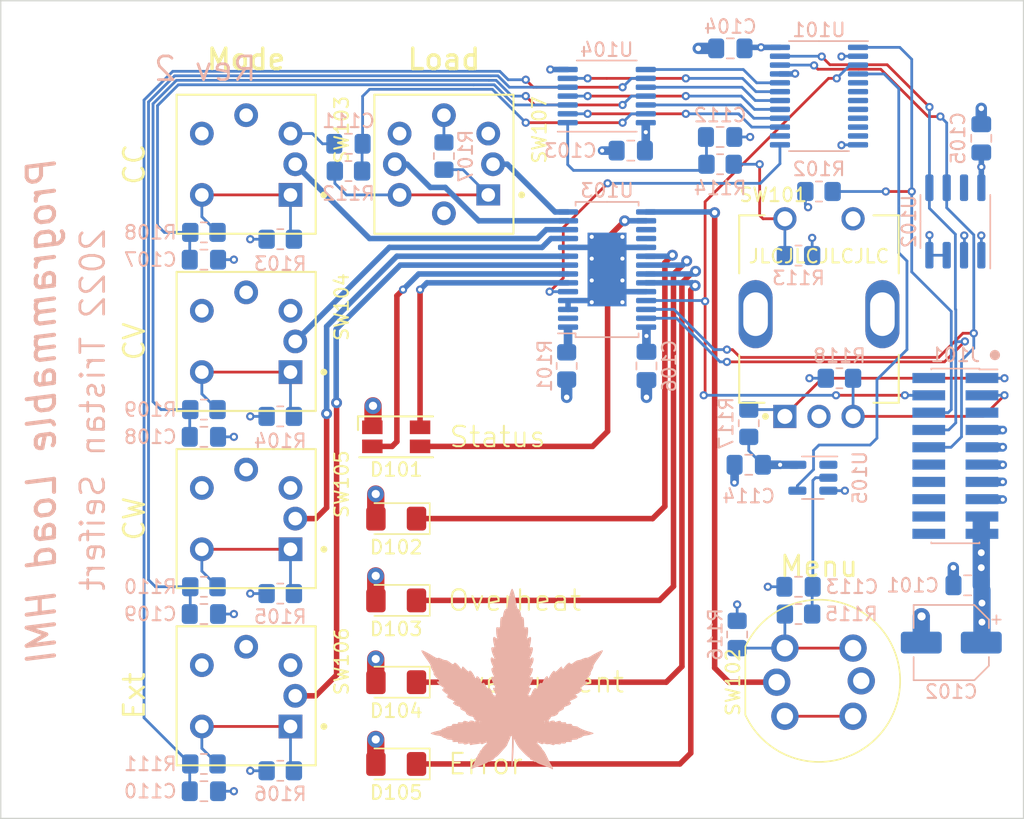
<source format=kicad_pcb>
(kicad_pcb (version 20211014) (generator pcbnew)
  (title_block (title "Programmable Load HMI") (date "2022-04-06") (rev "2"))
  (layers (0 "F.Cu" signal) (1 "In1.Cu" signal) (2 "In2.Cu" signal) (31 "B.Cu" signal) (34 "B.Paste" user) (35 "F.Paste" user) (36 "B.SilkS" user "B.Silkscreen") (37 "F.SilkS" user "F.Silkscreen") (38 "B.Mask" user) (39 "F.Mask" user) (44 "Edge.Cuts" user))
  (net 0 "")
  (net 1 "+3V3")
  (net 2 "GND")
  (net 3 "/ENCODER_A")
  (net 4 "/ENCODER_B")
  (net 6 "/~{IRQ}")
  (net 7 "/SDA")
  (net 8 "/SCL")
  (net 11 "Net-(JP101-Pad2)")
  (net 12 "Net-(R101-Pad2)")
  (net 13 "/SW_ENCODER")
  (net 21 "/~{LED_OE}")
  (net 22 "/SW_MENU")
  (net 23 "/~{RESET}")
  (net 24 "/LED_MENU")
  (net 25 "/LED_STATUS_R")
  (net 26 "/LED_STATUS_G")
  (net 27 "/LED_STATUS_B")
  (net 28 "/LED_LIMITING")
  (net 29 "/LED_OVRHEAT")
  (net 30 "/LED_OVRCURR")
  (net 31 "/LED_ERROR")
  (net 32 "/SW_MODE_CC")
  (net 33 "/LED_MODE_CC")
  (net 34 "/SW_MODE_CV")
  (net 35 "/LED_MODE_CV")
  (net 36 "/SW_MODE_CW")
  (net 37 "/LED_MODE_CW")
  (net 38 "/SW_MODE_EXT")
  (net 39 "/LED_MODE_EXT")
  (net 40 "/SW_ENABLE")
  (net 41 "/LED_EN_R")
  (net 42 "/LED_EN_G")
  (net 50 "Net-(C107-Pad1)")
  (net 52 "Net-(C108-Pad1)")
  (net 53 "Net-(C109-Pad1)")
  (net 54 "Net-(C110-Pad1)")
  (net 55 "Net-(C111-Pad1)")
  (net 56 "Net-(C112-Pad1)")
  (net 57 "Net-(R103-Pad1)")
  (net 58 "Net-(R104-Pad1)")
  (net 59 "Net-(R105-Pad1)")
  (net 60 "Net-(R106-Pad1)")
  (net 61 "Net-(R107-Pad1)")
  (net 62 "Net-(C113-Pad1)")
  (net 64 "Net-(R113-Pad1)")
  (net 65 "Net-(R115-Pad2)")
  (footprint "MountingHole:MountingHole_2.7mm_M2.5" (layer "F.Cu") (at 20 25)
    (fp_text reference "H101" hide)
    (fp_text value "MountingHole" hide)
  )
  (footprint "LED_SMD:LED_1206_3216Metric_Pad1.42x1.75mm_HandSolder" (layer "F.Cu") (at 44 76 180)
    (fp_text reference "D105")
    (fp_text value "Red" hide)
  )
  (footprint "MountingHole:MountingHole_2.7mm_M2.5" (layer "F.Cu") (at 85 25)
    (fp_text reference "H102" hide)
    (fp_text value "MountingHole" hide)
  )
  (footprint "programmable-load:Omron-B3W-90XX-X1X" (layer "F.Cu") (at 33 71)
    (fp_text reference "SW106")
    (fp_text value "B3W-9002-Y1C" hide)
  )
  (footprint "LED_SMD:LED_RGB_1210" (layer "F.Cu") (at 44 52)
    (fp_text reference "D101")
    (fp_text value "LED_RGBA" hide)
  )
  (footprint "LED_SMD:LED_1206_3216Metric_Pad1.42x1.75mm_HandSolder" (layer "F.Cu") (at 44 70 180)
    (fp_text reference "D104")
    (fp_text value "Red" hide)
  )
  (footprint "programmable-load:C&K-D6R-LED" (layer "F.Cu") (at 75 70)
    (fp_text reference "SW102")
    (fp_text value "C&K-D6R-Illuminated" hide)
  )
  (footprint "MountingHole:MountingHole_2.7mm_M2.5" (layer "F.Cu") (at 20 75)
    (fp_text reference "H104" hide)
    (fp_text value "MountingHole" hide)
  )
  (footprint "LED_SMD:LED_1206_3216Metric_Pad1.42x1.75mm_HandSolder" (layer "F.Cu") (at 44 58 180)
    (fp_text reference "D102")
    (fp_text value "Amber" hide)
  )
  (footprint "programmable-load:Omron-B3W-90XX-X1X" (layer "F.Cu") (at 33 45)
    (fp_text reference "SW104")
    (fp_text value "B3W-9002-Y1C" hide)
  )
  (footprint "programmable-load:Omron-B3W-90XX-X1X" (layer "F.Cu") (at 33 32)
    (fp_text reference "SW103")
    (fp_text value "B3W-9002-Y1C" hide)
  )
  (footprint "programmable-load:Omron-B3W-90XX-X2X" (layer "F.Cu") (at 47.5 32)
    (fp_text reference "SW107")
    (fp_text value "B3W-9000-RHG2C" hide)
  )
  (footprint "programmable-load:Omron-B3W-90XX-X1X" (layer "F.Cu") (at 33 58)
    (fp_text reference "SW105")
    (fp_text value "B3W-9002-Y1C" hide)
  )
  (footprint "programmable-load:TT_Electronics-EN11-HSM1AF15-0" (layer "F.Cu") (at 75 43)
    (fp_text reference "SW101")
    (fp_text value "TT EN11" hide)
  )
  (footprint "LED_SMD:LED_1206_3216Metric_Pad1.42x1.75mm_HandSolder" (layer "F.Cu") (at 44 64 180)
    (fp_text reference "D103")
    (fp_text value "Red" hide)
  )
  (footprint "MountingHole:MountingHole_2.7mm_M2.5" (layer "F.Cu") (at 85 75)
    (fp_text reference "H103" hide)
    (fp_text value "MountingHole" hide)
  )
  (footprint "Capacitor_SMD:C_0805_2012Metric_Pad1.18x1.45mm_HandSolder" (layer "B.Cu") (at 67.75 30)
    (fp_text reference "C112")
    (fp_text value "4.7µF" hide)
  )
  (footprint "Package_SO:HTSSOP-28-1EP_4.4x9.7mm_P0.65mm_EP2.85x5.4mm_ThermalVias" (layer "B.Cu") (at 59.4625 39.725)
    (fp_text reference "U103")
    (fp_text value "PCA9955B")
  )
  (footprint "LOGO" (layer "B.Cu") (at 52.5 70 180)
    (fp_text reference "G***" hide)
    (fp_text value "LOGO" hide)
  )
  (footprint "Package_SO:SOIC-8_3.9x4.9mm_P1.27mm" (layer "B.Cu") (at 85 36.2 90)
    (fp_text reference "U102")
    (fp_text value "AT24CS32-SSHM" hide)
  )
  (footprint "Resistor_SMD:R_0805_2012Metric_Pad1.20x1.40mm_HandSolder" (layer "B.Cu") (at 47.5 31.4 90)
    (fp_text reference "R107")
    (fp_text value "10k" hide)
  )
  (footprint "Resistor_SMD:R_0805_2012Metric_Pad1.20x1.40mm_HandSolder" (layer "B.Cu") (at 73.5 65 180)
    (fp_text reference "R115")
    (fp_text value "1k" hide)
  )
  (footprint "Resistor_SMD:R_0805_2012Metric_Pad1.20x1.40mm_HandSolder" (layer "B.Cu") (at 73.5 38.7)
    (fp_text reference "R113")
    (fp_text value "10k" hide)
  )
  (footprint "Capacitor_SMD:C_0805_2012Metric_Pad1.18x1.45mm_HandSolder" (layer "B.Cu") (at 62.35 46.8 90)
    (fp_text reference "C106")
    (fp_text value "100nF" hide)
  )
  (footprint "Package_SO:TSSOP-24_4.4x7.8mm_P0.65mm" (layer "B.Cu") (at 75 27 180)
    (fp_text reference "U101")
    (fp_text value "XRA1203")
  )
  (footprint "Resistor_SMD:R_0805_2012Metric_Pad1.20x1.40mm_HandSolder" (layer "B.Cu") (at 76.5 47.7 180)
    (fp_text reference "R118")
    (fp_text value "10k" hide)
  )
  (footprint "Resistor_SMD:R_0805_2012Metric_Pad1.20x1.40mm_HandSolder" (layer "B.Cu") (at 75 34 180)
    (fp_text reference "R102")
    (fp_text value "10k" hide)
  )
  (footprint "Capacitor_SMD:C_0805_2012Metric_Pad1.18x1.45mm_HandSolder" (layer "B.Cu") (at 29.9 65)
    (fp_text reference "C109")
    (fp_text value "4.7µF" hide)
  )
  (footprint "Package_TO_SOT_SMD:SOT-23-5" (layer "B.Cu") (at 74.55 55 180)
    (fp_text reference "U105")
    (fp_text value "74LVC1G14GV" hide)
  )
  (footprint "Resistor_SMD:R_0805_2012Metric_Pad1.20x1.40mm_HandSolder" (layer "B.Cu") (at 29.9 37 180)
    (fp_text reference "R108")
    (fp_text value "1k" hide)
  )
  (footprint "Resistor_SMD:R_0805_2012Metric_Pad1.20x1.40mm_HandSolder" (layer "B.Cu") (at 56.5 46.8 90)
    (fp_text reference "R101")
    (fp_text value "2k" hide)
  )
  (footprint "Package_SO:TSSOP-14_4.4x5mm_P0.65mm" (layer "B.Cu") (at 59.4375 27)
    (fp_text reference "U104")
    (fp_text value "74LV14")
  )
  (footprint "Capacitor_SMD:CP_Elec_5x5.3" (layer "B.Cu") (at 84.7 67.095 180)
    (fp_text reference "C102")
    (fp_text value "100µF" hide)
  )
  (footprint "Capacitor_SMD:C_0805_2012Metric_Pad1.18x1.45mm_HandSolder" (layer "B.Cu") (at 40.5 30.5 180)
    (fp_text reference "C111")
    (fp_text value "4.7µF" hide)
  )
  (footprint "Connector_PinHeader_1.27mm:PinHeader_2x10_P1.27mm_Vertical_SMD" (layer "B.Cu") (at 85 53.4 180)
    (fp_text reference "J101")
    (fp_text value "Conn_02x10_Odd_Even" hide)
  )
  (footprint "Resistor_SMD:R_0805_2012Metric_Pad1.20x1.40mm_HandSolder" (layer "B.Cu") (at 69 66.5 90)
    (fp_text reference "R116")
    (fp_text value "10k" hide)
  )
  (footprint "Capacitor_SMD:C_0805_2012Metric_Pad1.18x1.45mm_HandSolder" (layer "B.Cu") (at 29.9 52)
    (fp_text reference "C108")
    (fp_text value "4.7µF" hide)
  )
  (footprint "Resistor_SMD:R_0805_2012Metric_Pad1.20x1.40mm_HandSolder" (layer "B.Cu") (at 40.5 32.5)
    (fp_text reference "R112")
    (fp_text value "1k" hide)
  )
  (footprint "Resistor_SMD:R_0805_2012Metric_Pad1.20x1.40mm_HandSolder" (layer "B.Cu") (at 29.9 63 180)
    (fp_text reference "R110")
    (fp_text value "1k" hide)
  )
  (footprint "Resistor_SMD:R_0805_2012Metric_Pad1.20x1.40mm_HandSolder" (layer "B.Cu") (at 35.5 76.5 180)
    (fp_text reference "R106")
    (fp_text value "10k" hide)
  )
  (footprint "Capacitor_SMD:C_0805_2012Metric_Pad1.18x1.45mm_HandSolder" (layer "B.Cu") (at 61.2 31 180)
    (fp_text reference "C103")
    (fp_text value "100nF" hide)
  )
  (footprint "Capacitor_SMD:C_0805_2012Metric_Pad1.18x1.45mm_HandSolder" (layer "B.Cu") (at 69.85 54.05 180)
    (fp_text reference "C114")
    (fp_text value "100nF" hide)
  )
  (footprint "Resistor_SMD:R_0805_2012Metric_Pad1.20x1.40mm_HandSolder" (layer "B.Cu") (at 67.75 32 180)
    (fp_text reference "R114")
    (fp_text value "1k" hide)
  )
  (footprint "Resistor_SMD:R_0805_2012Metric_Pad1.20x1.40mm_HandSolder" (layer "B.Cu") (at 35.5 50.5 180)
    (fp_text reference "R104")
    (fp_text value "10k" hide)
  )
  (footprint "Resistor_SMD:R_0805_2012Metric_Pad1.20x1.40mm_HandSolder" (layer "B.Cu") (at 29.9 50 180)
    (fp_text reference "R109")
    (fp_text value "1k" hide)
  )
  (footprint "Capacitor_SMD:C_0805_2012Metric_Pad1.18x1.45mm_HandSolder" (layer "B.Cu") (at 29.9 78)
    (fp_text reference "C110")
    (fp_text value "4.7µF" hide)
  )
  (footprint "Capacitor_SMD:C_0805_2012Metric_Pad1.18x1.45mm_HandSolder" (layer "B.Cu") (at 68.5 23.5)
    (fp_text reference "C104")
    (fp_text value "100nF" hide)
  )
  (footprint "Capacitor_SMD:C_0805_2012Metric_Pad1.18x1.45mm_HandSolder" (layer "B.Cu") (at 86.9 30.1 90)
    (fp_text reference "C105")
    (fp_text value "100nF" hide)
  )
  (footprint "Capacitor_SMD:C_0805_2012Metric_Pad1.18x1.45mm_HandSolder" (layer "B.Cu") (at 85.9 62.895 180)
    (fp_text reference "C101")
    (fp_text value "100nF" hide)
  )
  (footprint "Resistor_SMD:R_0805_2012Metric_Pad1.20x1.40mm_HandSolder" (layer "B.Cu") (at 35.5 63.5 180)
    (fp_text reference "R105")
    (fp_text value "10k" hide)
  )
  (footprint "Resistor_SMD:R_0805_2012Metric_Pad1.20x1.40mm_HandSolder" (layer "B.Cu") (at 29.9 76 180)
    (fp_text reference "R111")
    (fp_text value "1k" hide)
  )
  (footprint "Capacitor_SMD:C_0805_2012Metric_Pad1.18x1.45mm_HandSolder" (layer "B.Cu") (at 29.9 39)
    (fp_text reference "C107")
    (fp_text value "4.7µF" hide)
  )
  (footprint "Resistor_SMD:R_0805_2012Metric_Pad1.20x1.40mm_HandSolder" (layer "B.Cu") (at 35.5 37.5 180)
    (fp_text reference "R103")
    (fp_text value "10k" hide)
  )
  (footprint "Resistor_SMD:R_0805_2012Metric_Pad1.20x1.40mm_HandSolder" (layer "B.Cu") (at 69.85 51 -90)
    (fp_text reference "R117")
    (fp_text value "10k" hide)
  )
  (footprint "Capacitor_SMD:C_0805_2012Metric_Pad1.18x1.45mm_HandSolder" (layer "B.Cu") (at 73.5 63 180)
    (fp_text reference "C113")
    (fp_text value "4.7µF" hide)
  )
  (gr_circle (center 87.9 46) (end 88.2 46) (layer "B.SilkS") (width 0.15) (fill solid))
  (gr_line locked (start 15 20) (end 15 80) (layer "Edge.Cuts") (width 0.1))
  (gr_line (start 15 20) (end 90 20) (layer "Edge.Cuts") (width 0.1))
  (gr_line (start 90 80) (end 90 20) (layer "Edge.Cuts") (width 0.1))
  (gr_line (start 15 80) (end 90 80) (layer "Edge.Cuts") (width 0.1))
  (gr_text "2022 Tristan Seifert" (at 21.75 50 90) (layer "B.SilkS") (effects (font (size 1.74 1.74) (thickness 0.2)) (justify mirror)))
  (gr_text "Rev 2" (at 30 25) (layer "B.SilkS") (effects (font (size 1.74 1.74) (thickness 0.2)) (justify mirror)))
  (gr_text "Programmable Load HMI" (at 18 50 90) (layer "B.SilkS") (effects (font (size 2 2) (thickness 0.3) italic) (justify mirror)))
  (gr_text "Mode" (at 33 24.3) (layer "F.SilkS") (effects (font (size 1.5 1.5) (thickness 0.25))))
  (gr_text "Load" (at 47.5 24.3) (layer "F.SilkS") (effects (font (size 1.5 1.5) (thickness 0.25))))
  (gr_text "CC" (at 24.8 32 90) (layer "F.SilkS") (effects (font (size 1.5 1.5) (thickness 0.2))))
  (gr_text "Overcurrent" (at 47.7 70) (layer "F.SilkS") (effects (font (size 1.5 1.5)) (justify left)))
  (gr_text "Error" (at 47.7 76) (layer "F.SilkS") (effects (font (size 1.5 1.5)) (justify left)))
  (gr_text "Ext" (at 24.8 71 90) (layer "F.SilkS") (effects (font (size 1.5 1.5) (thickness 0.2))))
  (gr_text "Overheat" (at 47.7 64) (layer "F.SilkS") (effects (font (size 1.5 1.5)) (justify left)))
  (gr_text "JLCJLCJLCJLC" (at 75 38.75) (layer "F.SilkS") (effects (font (size 1 1))))
  (gr_text "Menu" (at 75 61.5) (layer "F.SilkS") (effects (font (size 1.5 1.5) (thickness 0.2))))
  (gr_text "CW" (at 24.8 58 90) (layer "F.SilkS") (effects (font (size 1.5 1.5) (thickness 0.2))))
  (gr_text "CV" (at 24.8 45 90) (layer "F.SilkS") (effects (font (size 1.5 1.5) (thickness 0.2))))
  (gr_text "Status" (at 47.8 52) (layer "F.SilkS") (effects (font (size 1.5 1.5)) (justify left)))
  (segment (start 42.5 75.8125) (end 42.5 74.2) (width 1.27) (layer "F.Cu") (net 1))
  (segment (start 42.5 69.9125) (end 42.5 68.3) (width 1.27) (layer "F.Cu") (net 1))
  (segment (start 42.3 51.1) (end 42.3 49.725) (width 1.27) (layer "F.Cu") (net 1))
  (segment (start 42.5 57.80625) (end 42.5 56.19375) (width 1.27) (layer "F.Cu") (net 1))
  (segment (start 42.5 63.8125) (end 42.5 62.2) (width 1.27) (layer "F.Cu") (net 1))
  (via (at 62.3 29.65) (size 0.6) (drill 0.3) (layers "F.Cu" "B.Cu") (net 1))
  (via (at 42.5 62.2) (size 1.2) (drill 0.6) (layers "F.Cu" "B.Cu") (net 1))
  (via (at 33.3 76.5) (size 0.6) (drill 0.3) (layers "F.Cu" "B.Cu") (net 1))
  (via (at 86.905 32.2) (size 0.6) (drill 0.3) (layers "F.Cu" "B.Cu") (net 1))
  (via (at 86.95 65.595) (size 1) (drill 0.5) (layers "F.Cu" "B.Cu") (net 1))
  (via (at 74.3 47.7) (size 0.6) (drill 0.3) (layers "F.Cu" "B.Cu") (net 1))
  (via (at 33.3 50.5) (size 0.6) (drill 0.3) (layers "F.Cu" "B.Cu") (net 1))
  (via (at 86.9 61.6) (size 1) (drill 0.5) (layers "F.Cu" "B.Cu") (net 1))
  (via (at 69 64.3) (size 0.6) (drill 0.3) (layers "F.Cu" "B.Cu") (net 1))
  (via (at 74.2 35.15) (size 0.6) (drill 0.3) (layers "F.Cu" "B.Cu") (net 1))
  (via (at 86.9 60.5) (size 1) (drill 0.5) (layers "F.Cu" "B.Cu") (net 1))
  (via (at 42.5 68.3) (size 1.2) (drill 0.6) (layers "F.Cu" "B.Cu") (net 1))
  (via (at 70.75 23.425) (size 0.6) (drill 0.3) (layers "F.Cu" "B.Cu") (net 1))
  (via (at 33.3 63.5) (size 0.6) (drill 0.3) (layers "F.Cu" "B.Cu") (net 1))
  (via (at 86.95 64.195) (size 1) (drill 0.5) (layers "F.Cu" "B.Cu") (net 1))
  (via (at 33.3 37.5) (size 0.6) (drill 0.3) (layers "F.Cu" "B.Cu") (net 1))
  (via (at 74.5 37.4) (size 0.6) (drill 0.3) (layers "F.Cu" "B.Cu") (net 1))
  (via (at 42.5 56.19375) (size 1.2) (drill 0.6) (layers "F.Cu" "B.Cu") (net 1))
  (via (at 72.15 54.05) (size 0.6) (drill 0.3) (layers "F.Cu" "B.Cu") (net 1))
  (via (at 42.5 74.2) (size 1.2) (drill 0.6) (layers "F.Cu" "B.Cu") (net 1))
  (via (at 62.35 44.6) (size 0.6) (drill 0.3) (layers "F.Cu" "B.Cu") (net 1))
  (via (at 42.3 49.725) (size 1.2) (drill 0.6) (layers "F.Cu" "B.Cu") (net 1))
  (segment (start 73.4125 54.05) (end 72.15 54.05) (width 0.6) (layer "B.Cu") (net 1))
  (segment (start 86.905 31.3425) (end 86.9 31.3375) (width 0.4064) (layer "B.Cu") (net 1))
  (segment (start 74 34) (end 74 34.95) (width 0.2032) (layer "B.Cu") (net 1))
  (segment (start 69.6125 23.425) (end 69.5375 23.5) (width 0.4064) (layer "B.Cu") (net 1))
  (segment (start 74 34.95) (end 74.2 35.15) (width 0.2032) (layer "B.Cu") (net 1))
  (segment (start 34.5 76.5) (end 33.3 76.5) (width 0.2032) (layer "B.Cu") (net 1))
  (segment (start 86.9 58.15) (end 86.9 62.8875) (width 1.27) (layer "B.Cu") (net 1))
  (segment (start 69.85 52) (end 69.85 53.0125) (width 0.2032) (layer "B.Cu") (net 1))
  (segment (start 86.95 67.045) (end 86.95 63.2575) (width 1.27) (layer "B.Cu") (net 1))
  (segment (start 72.15 54.05) (end 71 54.05) (width 0.635) (layer "B.Cu") (net 1))
  (segment (start 72.1375 23.425) (end 69.6125 23.425) (width 0.4064) (layer "B.Cu") (net 1))
  (segment (start 34.5 37.5) (end 33.3 37.5) (width 0.2032) (layer "B.Cu") (net 1))
  (segment (start 86.9 67.095) (end 86.95 67.045) (width 1.27) (layer "B.Cu") (net 1))
  (segment (start 86.905 33.725) (end 86.905 31.3425) (width 0.4064) (layer "B.Cu") (net 1))
  (segment (start 75.5 47.7) (end 74.3 47.7) (width 0.2032) (layer "B.Cu") (net 1))
  (segment (start 34.5 63.5) (end 33.3 63.5) (width 0.2032) (layer "B.Cu") (net 1))
  (segment (start 34.5 50.5) (end 33.3 50.5) (width 0.2032) (layer "B.Cu") (net 1))
  (segment (start 47.5 30.4) (end 47.5 28.4) (width 0.2032) (layer "B.Cu") (net 1))
  (segment (start 62.3 30.8) (end 62.3 29.1) (width 0.635) (layer "B.Cu") (net 1))
  (segment (start 74.5 38.7) (end 74.5 37.4) (width 0.2032) (layer "B.Cu") (net 1))
  (segment (start 69 65.5) (end 69 64.3) (width 0.2032) (layer "B.Cu") (net 1))
  (segment (start 62.35 45.7625) (end 62.35 44.1) (width 0.635) (layer "B.Cu") (net 1))
  (segment (start 69.85 53.0125) (end 70.8875 54.05) (width 0.2032) (layer "B.Cu") (net 1))
  (segment (start 77.6 72.5) (end 72.6 72.5) (width 0.2032) (layer "F.Cu") (net 2))
  (via (at 88.4775 56.605) (size 0.6) (drill 0.3) (layers "F.Cu" "B.Cu") (net 2))
  (via (at 66.15 23.5) (size 0.8) (drill 0.4) (layers "F.Cu" "B.Cu") (net 2))
  (via (at 83.1 37.2) (size 0.6) (drill 0.3) (layers "F.Cu" "B.Cu") (net 2))
  (via (at 88.4775 55.305) (size 0.6) (drill 0.3) (layers "F.Cu" "B.Cu") (net 2))
  (via (at 88.4775 52.755) (size 0.6) (drill 0.3) (layers "F.Cu" "B.Cu") (net 2))
  (via (at 68.8 55.35) (size 0.6) (drill 0.3) (layers "F.Cu" "B.Cu") (net 2))
  (via (at 76.65 24.1) (size 0.6) (drill 0.3) (layers "F.Cu" "B.Cu") (net 2))
  (via (at 84.85 61.6) (size 0.8) (drill 0.4) (layers "F.Cu" "B.Cu") (net 2))
  (via (at 32.1 78) (size 0.6) (drill 0.3) (layers "F.Cu" "B.Cu") (net 2))
  (via (at 86.9 27.9) (size 0.8) (drill 0.4) (layers "F.Cu" "B.Cu") (net 2))
  (via (at 71.25 63) (size 0.6) (drill 0.3) (layers "F.Cu" "B.Cu") (net 2))
  (via (at 69.95 30) (size 0.6) (drill 0.3) (layers "F.Cu" "B.Cu") (net 2))
  (via (at 73.25 25.35) (size 0.6) (drill 0.3) (layers "F.Cu" "B.Cu") (net 2))
  (via (at 82.5225 65.1725) (size 1.2) (drill 0.6) (layers "F.Cu" "B.Cu") (net 2))
  (via (at 76.65 30.6) (size 0.6) (drill 0.3) (layers "F.Cu" "B.Cu") (net 2))
  (via (at 56.5 49.1) (size 0.8) (drill 0.4) (layers "F.Cu" "B.Cu") (net 2))
  (via (at 59.1 31) (size 0.6) (drill 0.3) (layers "F.Cu" "B.Cu") (net 2))
  (via (at 32.1 52) (size 0.6) (drill 0.3) (layers "F.Cu" "B.Cu") (net 2))
  (via (at 85.65 37.22972) (size 0.6) (drill 0.3) (layers "F.Cu" "B.Cu") (net 2))
  (via (at 88.4775 54.055) (size 0.6) (drill 0.3) (layers "F.Cu" "B.Cu") (net 2))
  (via (at 32.1 39) (size 0.6) (drill 0.3) (layers "F.Cu" "B.Cu") (net 2))
  (via (at 76.9 55.95) (size 0.6) (drill 0.3) (layers "F.Cu" "B.Cu") (net 2))
  (via (at 62.35 49.1) (size 0.8) (drill 0.4) (layers "F.Cu" "B.Cu") (net 2))
  (via (at 88.4775 51.505) (size 0.6) (drill 0.3) (layers "F.Cu" "B.Cu") (net 2))
  (via (at 86.9 37.22972) (size 0.6) (drill 0.3) (layers "F.Cu" "B.Cu") (net 2))
  (via (at 32.1 65) (size 0.6) (drill 0.3) (layers "F.Cu" "B.Cu") (net 2))
  (via (at 55.3 25.05) (size 0.6) (drill 0.3) (layers "F.Cu" "B.Cu") (net 2))
  (segment (start 68.7875 30) (end 69.95 30) (width 0.2032) (layer "B.Cu") (net 2))
  (segment (start 77.8625 24.075) (end 76.675 24.075) (width 0.2032) (layer "B.Cu") (net 2))
  (segment (start 76.675 30.575) (end 77.8625 30.575) (width 0.2032) (layer "B.Cu") (net 2))
  (segment (start 72.1375 25.375) (end 73.225 25.375) (width 0.4064) (layer "B.Cu") (net 2))
  (segment (start 76.65 30.6) (end 76.675 30.575) (width 0.2032) (layer "B.Cu") (net 2))
  (segment (start 82.5 66.895) (end 82.5 65.195) (width 1.27) (layer "B.Cu") (net 2))
  (segment (start 37.85 29.75) (end 38.6 30.5) (width 0.2032) (layer "B.Cu") (net 2))
  (segment (start 85.665 38.70472) (end 85.665 37.24472) (width 0.2032) (layer "B.Cu") (net 2))
  (segment (start 86.905 37.23472) (end 86.9 37.22972) (width 0.2032) (layer "B.Cu") (net 2))
  (segment (start 62.35 47.8375) (end 62.35 49.1) (width 0.8382) (layer "B.Cu") (net 2))
  (segment (start 88.4625 52.77) (end 88.4775 52.755) (width 0.635) (layer "B.Cu") (net 2))
  (segment (start 76.675 24.075) (end 76.65 24.1) (width 0.2032) (layer "B.Cu") (net 2))
  (segment (start 86.9 29.0625) (end 86.9 27.9) (width 0.8382) (layer "B.Cu") (net 2))
  (segment (start 56.6 38.1) (end 58.1625 38.1) (width 0.4064) (layer "B.Cu") (net 2))
  (segment (start 86.9275 54.05) (end 88.4725 54.05) (width 0.635) (layer "B.Cu") (net 2))
  (segment (start 86.905 38.70472) (end 86.905 37.23472) (width 0.2032) (layer "B.Cu") (net 2))
  (segment (start 75.6875 55.95) (end 76.9 55.95) (width 0.2032) (layer "B.Cu") (net 2))
  (segment (start 86.9275 55.3) (end 88.4725 55.3) (width 0.635) (layer "B.Cu") (net 2))
  (segment (start 62.325 41.35) (end 60.8625 41.35) (width 0.4064) (layer "B.Cu") (net 2))
  (segment (start 56.5 47.8375) (end 56.5 49.1) (width 0.8382) (layer "B.Cu") (net 2))
  (segment (start 56.6 42) (end 58.2125 42) (width 0.4064) (layer "B.Cu") (net 2))
  (segment (start 62.325 38.1) (end 60.8625 38.1) (width 0.4064) (layer "B.Cu") (net 2))
  (segment (start 30.9375 78) (end 32.1 78) (width 0.2032) (layer "B.Cu") (net 2))
  (segment (start 30.9375 65) (end 32.1 65) (width 0.2032) (layer "B.Cu") (net 2))
  (segment (start 30.9375 52) (end 32.1 52) (width 0.2032) (layer "B.Cu") (net 2))
  (segment (start 68.8125 55.3375) (end 68.8 55.35) (width 0.2032) (layer "B.Cu") (net 2))
  (segment (start 56.575 25.05) (end 55.3 25.05) (width 0.4064) (layer "B.Cu") (net 2))
  (segment (start 68.8125 54.05) (end 68.8125 55.3375) (width 0.635) (layer "B.Cu") (net 2))
  (segment (start 56.6 42.65) (end 56.6 42) (width 0.4064) (layer "B.Cu") (net 2))
  (segment (start 30.9375 39) (end 32.1 39) (width 0.2032) (layer "B.Cu") (net 2))
  (segment (start 36.25 29.75) (end 37.85 29.75) (width 0.2032) (layer "B.Cu") (net 2))
  (segment (start 86.9275 56.6) (end 88.4725 56.6) (width 0.635) (layer "B.Cu") (net 2))
  (segment (start 83.115 38.675) (end 83.115 37.215) (width 0.2032) (layer "B.Cu") (net 2))
  (segment (start 84.85 62.785) (end 84.85 61.6) (width 0.8382) (layer "B.Cu") (net 2))
  (segment (start 73.225 25.375) (end 73.25 25.35) (width 0.4064) (layer "B.Cu") (net 2))
  (segment (start 72.4625 63) (end 71.25 63) (width 0.2032) (layer "B.Cu") (net 2))
  (segment (start 86.9275 52.77) (end 88.4625 52.77) (width 0.635) (layer "B.Cu") (net 2))
  (segment (start 84.365 38.675) (end 83.095 38.675) (width 0.2032) (layer "B.Cu") (net 2))
  (segment (start 38.6 30.5) (end 39.4625 30.5) (width 0.2032) (layer "B.Cu") (net 2))
  (segment (start 67.4125 23.5) (end 66.15 23.5) (width 0.8382) (layer "B.Cu") (net 2))
  (segment (start 86.9275 51.5) (end 88.4725 51.5) (width 0.635) (layer "B.Cu") (net 2))
  (segment (start 60.1625 31) (end 59.1 31) (width 0.635) (layer "B.Cu") (net 2))
  (segment (start 88.4725 51.5) (end 88.4775 51.505) (width 0.635) (layer "B.Cu") (net 2))
  (segment (start 88.6 47.7) (end 75.25 47.7) (width 0.2032) (layer "F.Cu") (net 3))
  (segment (start 75.25 47.7) (end 72.5 50.45) (width 0.2032) (layer "F.Cu") (net 3))
  (segment (start 72.5 50.45) (end 72.5 50.5) (width 0.2032) (layer "F.Cu") (net 3))
  (via (at 88.6 47.7) (size 0.6) (drill 0.3) (layers "F.Cu" "B.Cu") (net 3))
  (segment (start 88.6 47.7) (end 86.965 47.7) (width 0.2032) (layer "B.Cu") (net 3))
  (segment (start 86.965 47.7) (end 86.95 47.685) (width 0.2032) (layer "B.Cu") (net 3))
  (segment (start 69.85 50) (end 72 50) (width 0.2032) (layer "B.Cu") (net 3))
  (segment (start 72 50) (end 72.5 50.5) (width 0.2032) (layer "B.Cu") (net 3))
  (segment (start 88.6 48.95) (end 87.05 50.5) (width 0.2032) (layer "F.Cu") (net 4))
  (segment (start 87.05 50.5) (end 77.5 50.5) (width 0.2032) (layer "F.Cu") (net 4))
  (via (at 88.6 48.95) (size 0.6) (drill 0.3) (layers "F.Cu" "B.Cu") (net 4))
  (segment (start 77.5 47.7) (end 77.5 50.5) (width 0.2032) (layer "B.Cu") (net 4))
  (segment (start 88.6 48.95) (end 86.955 48.95) (width 0.2032) (layer "B.Cu") (net 4))
  (segment (start 86.955 48.95) (end 86.95 48.955) (width 0.2032) (layer "B.Cu") (net 4))
  (segment (start 79.9 34) (end 81.8 34) (width 0.2032) (layer "F.Cu") (net 6))
  (via (at 79.9 34) (size 0.6) (drill 0.3) (layers "F.Cu" "B.Cu") (net 6))
  (via (at 81.8 34) (size 0.6) (drill 0.3) (layers "F.Cu" "B.Cu") (net 6))
  (segment (start 81.8 39.9) (end 81.8 34) (width 0.2032) (layer "B.Cu") (net 6))
  (segment (start 83.05 50.225) (end 84.475 50.225) (width 0.2032) (layer "B.Cu") (net 6))
  (segment (start 80.925 23.425) (end 77.8625 23.425) (width 0.2032) (layer "B.Cu") (net 6))
  (segment (start 84.7 42.8) (end 81.8 39.9) (width 0.2032) (layer "B.Cu") (net 6))
  (segment (start 81.8 24.3) (end 80.925 23.425) (width 0.2032) (layer "B.Cu") (net 6))
  (segment (start 81.8 34) (end 81.8 24.3) (width 0.2032) (layer "B.Cu") (net 6))
  (segment (start 84.7 50) (end 84.7 42.8) (width 0.2032) (layer "B.Cu") (net 6))
  (segment (start 84.475 50.225) (end 84.7 50) (width 0.2032) (layer "B.Cu") (net 6))
  (segment (start 76 34) (end 79.9 34) (width 0.2032) (layer "B.Cu") (net 6))
  (segment (start 75.8 24.7) (end 80 24.7) (width 0.2032) (layer "F.Cu") (net 7))
  (segment (start 75.2 24.1) (end 75.8 24.7) (width 0.2032) (layer "F.Cu") (net 7))
  (segment (start 84.2 46.5) (end 85.7 45) (width 0.2032) (layer "F.Cu") (net 7))
  (segment (start 80 24.7) (end 83.1 27.8) (width 0.2032) (layer "F.Cu") (net 7))
  (segment (start 68.25 46.5) (end 84.2 46.5) (width 0.2032) (layer "F.Cu") (net 7))
  (via (at 85.7 45) (size 0.6) (drill 0.3) (layers "F.Cu" "B.Cu") (net 7))
  (via (at 83.1 27.8) (size 0.6) (drill 0.3) (layers "F.Cu" "B.Cu") (net 7))
  (via (at 75.2 24.1) (size 0.6) (drill 0.3) (layers "F.Cu" "B.Cu") (net 7))
  (via (at 68.25 46.5) (size 0.6) (drill 0.3) (layers "F.Cu" "B.Cu") (net 7))
  (segment (start 85.02972 45.22972) (end 85.02972 45.110842) (width 0.2032) (layer "B.Cu") (net 7))
  (segment (start 85.120281 45.020281) (end 85.679719 45.020281) (width 0.2032) (layer "B.Cu") (net 7))
  (segment (start 75.175 24.075) (end 75.2 24.1) (width 0.2032) (layer "B.Cu") (net 7))
  (segment (start 84.505 51.495) (end 85.02972 50.97028) (width 0.2032) (layer "B.Cu") (net 7))
  (segment (start 85.679719 45.020281) (end 85.7 45) (width 0.2032) (layer "B.Cu") (net 7))
  (segment (start 64.55 43.3) (end 62.325 43.3) (width 0.2032) (layer "B.Cu") (net 7))
  (segment (start 68.25 46.5) (end 67.75 46.5) (width 0.2032) (layer "B.Cu") (net 7))
  (segment (start 83.1 27.8) (end 83.1 33.72) (width 0.2032) (layer "B.Cu") (net 7))
  (segment (start 67.75 46.5) (end 64.55 43.3) (width 0.2032) (layer "B.Cu") (net 7))
  (segment (start 85.02972 50.97028) (end 85.02972 45.22972) (width 0.2032) (layer "B.Cu") (net 7))
  (segment (start 85 42.633706) (end 85 37.132857) (width 0.2032) (layer "B.Cu") (net 7))
  (segment (start 83.1 33.72) (end 83.095 33.725) (width 0.2032) (layer "B.Cu") (net 7))
  (segment (start 85.02972 44.92972) (end 85.02972 44.72972) (width 0.2032) (layer "B.Cu") (net 7))
  (segment (start 72.1375 24.075) (end 75.175 24.075) (width 0.2032) (layer "B.Cu") (net 7))
  (segment (start 85 37.132857) (end 83.095 35.227857) (width 0.2032) (layer "B.Cu") (net 7))
  (segment (start 85.02972 45.22972) (end 85.02972 44.72972) (width 0.2032) (layer "B.Cu") (net 7))
  (segment (start 83.05 51.495) (end 84.505 51.495) (width 0.2032) (layer "B.Cu") (net 7))
  (segment (start 85.02972 42.663426) (end 85 42.633706) (width 0.2032) (layer "B.Cu") (net 7))
  (segment (start 85.02972 44.72972) (end 85.02972 42.663426) (width 0.2032) (layer "B.Cu") (net 7))
  (segment (start 83.095 35.227857) (end 83.095 33.75472) (width 0.2032) (layer "B.Cu") (net 7))
  (segment (start 69.22028 46.17028) (end 83.782857 46.17028) (width 0.2032) (layer "F.Cu") (net 8))
  (segment (start 77.9 25.02972) (end 74.920502 25.02972) (width 0.2032) (layer "F.Cu") (net 8))
  (segment (start 68.25 45.6) (end 68.65 45.6) (width 0.2032) (layer "F.Cu") (net 8))
  (segment (start 82.3 27.8) (end 79.52972 25.02972) (width 0.2032) (layer "F.Cu") (net 8))
  (segment (start 83.782857 46.17028) (end 85.553137 44.4) (width 0.2032) (layer "F.Cu") (net 8))
  (segment (start 68.65 45.6) (end 69.22028 46.17028) (width 0.2032) (layer "F.Cu") (net 8))
  (segment (start 83.9 28.5) (end 83 28.5) (width 0.2032) (layer "F.Cu") (net 8))
  (segment (start 79.52972 25.02972) (end 77.9 25.02972) (width 0.2032) (layer "F.Cu") (net 8))
  (segment (start 85.553137 44.4) (end 86.35 44.4) (width 0.2032) (layer "F.Cu") (net 8))
  (segment (start 83 28.5) (end 82.3 27.8) (width 0.2032) (layer "F.Cu") (net 8))
  (segment (start 74.920502 25.02972) (end 74.640541 24.749759) (width 0.2032) (layer "F.Cu") (net 8))
  (via (at 68.25 45.6) (size 0.6) (drill 0.3) (layers "F.Cu" "B.Cu") (net 8))
  (via (at 86.35 44.4) (size 0.6) (drill 0.3) (layers "F.Cu" "B.Cu") (net 8))
  (via (at 83.9 28.5) (size 0.6) (drill 0.3) (layers "F.Cu" "B.Cu") (net 8))
  (via (at 74.640541 24.749759) (size 0.6) (drill 0.3) (layers "F.Cu" "B.Cu") (net 8))
  (segment (start 68.25 45.6) (end 67.316294 45.6) (width 0.2032) (layer "B.Cu") (net 8))
  (segment (start 85.45 52) (end 85.45 46.4) (width 0.2032) (layer "B.Cu") (net 8))
  (segment (start 86.35 37.17972) (end 84.365 35.19472) (width 0.2032) (layer "B.Cu") (net 8))
  (segment (start 83.05 52.765) (end 84.685 52.765) (width 0.2032) (layer "B.Cu") (net 8))
  (segment (start 86.35 45.5) (end 86.35 44.4) (width 0.2032) (layer "B.Cu") (net 8))
  (segment (start 84.365 28.965) (end 83.9 28.5) (width 0.2032) (layer "B.Cu") (net 8))
  (segment (start 67.316294 45.6) (end 64.366294 42.65) (width 0.2032) (layer "B.Cu") (net 8))
  (segment (start 86.35 44.4) (end 86.35 37.17972) (width 0.2032) (layer "B.Cu") (net 8))
  (segment (start 85.45 46.4) (end 86.35 45.5) (width 0.2032) (layer "B.Cu") (net 8))
  (segment (start 84.685 52.765) (end 85.45 52) (width 0.2032) (layer "B.Cu") (net 8))
  (segment (start 64.366294 42.65) (end 62.325 42.65) (width 0.2032) (layer "B.Cu") (net 8))
  (segment (start 84.365 35.19472) (end 84.365 33.75472) (width 0.2032) (layer "B.Cu") (net 8))
  (segment (start 74.640541 24.749759) (end 74.615782 24.725) (width 0.2032) (layer "B.Cu") (net 8))
  (segment (start 84.365 33.725) (end 84.365 28.965) (width 0.2032) (layer "B.Cu") (net 8))
  (segment (start 74.615782 24.725) (end 72.1375 24.725) (width 0.2032) (layer "B.Cu") (net 8))
  (segment (start 56.6 44.1) (end 56.6 45.7) (width 0.635) (layer "B.Cu") (net 12))
  (segment (start 56.6 45.7) (end 56.5 45.8) (width 0.635) (layer "B.Cu") (net 12))
  (segment (start 65.2375 28.3) (end 58.0375 28.3) (width 0.2032) (layer "F.Cu") (net 13))
  (via (at 65.2375 28.3) (size 0.6) (drill 0.3) (layers "F.Cu" "B.Cu") (net 13))
  (via (at 58.0375 28.3) (size 0.6) (drill 0.3) (layers "F.Cu" "B.Cu") (net 13))
  (segment (start 69.2 28.4) (end 69.1 28.3) (width 0.2032) (layer "B.Cu") (net 13))
  (segment (start 72.1375 29.275) (end 70.075 29.275) (width 0.2032) (layer "B.Cu") (net 13))
  (segment (start 70.075 29.275) (end 69.3 28.5) (width 0.2032) (layer "B.Cu") (net 13))
  (segment (start 56.575 28.3) (end 58.0375 28.3) (width 0.2032) (layer "B.Cu") (net 13))
  (segment (start 69.1 28.3) (end 65.2375 28.3) (width 0.2032) (layer "B.Cu") (net 13))
  (segment (start 69.3 28.5) (end 69.1 28.3) (width 0.2032) (layer "B.Cu") (net 13))
  (segment (start 59.5 33.4) (end 56.25 36.65) (width 0.2032) (layer "F.Cu") (net 21))
  (segment (start 56.25 40.35) (end 55.25 41.35) (width 0.2032) (layer "F.Cu") (net 21))
  (segment (start 56.25 36.65) (end 56.25 40.35) (width 0.2032) (layer "F.Cu") (net 21))
  (via (at 55.25 41.35) (size 0.6) (drill 0.3) (layers "F.Cu" "B.Cu") (net 21))
  (via (at 59.5 33.4) (size 0.6) (drill 0.3) (layers "F.Cu" "B.Cu") (net 21))
  (segment (start 59.5 33.4) (end 70.7 33.4) (width 0.2032) (layer "B.Cu") (net 21))
  (segment (start 70.7 33.4) (end 72.1375 31.9625) (width 0.2032) (layer "B.Cu") (net 21))
  (segment (start 55.25 41.35) (end 56.6 41.35) (width 0.2032) (layer "B.Cu") (net 21))
  (segment (start 72.1375 31.9625) (end 72.1375 30.575) (width 0.2032) (layer "B.Cu") (net 21))
  (segment (start 80.85 26.45) (end 79.775 25.375) (width 0.2032) (layer "B.Cu") (net 22))
  (segment (start 78.75 52.6) (end 79.25 52.1) (width 0.2032) (layer "B.Cu") (net 22))
  (segment (start 79.25 47.8) (end 81.45 45.6) (width 0.2032) (layer "B.Cu") (net 22))
  (segment (start 79.775 25.375) (end 77.8625 25.375) (width 0.2032) (layer "B.Cu") (net 22))
  (segment (start 81.45 45.6) (end 81.45 39.1) (width 0.2032) (layer "B.Cu") (net 22))
  (segment (start 73.4125 55.95) (end 73.4125 55.5875) (width 0.2032) (layer "B.Cu") (net 22))
  (segment (start 75 52.6) (end 78.75 52.6) (width 0.2032) (layer "B.Cu") (net 22))
  (segment (start 79.25 52.1) (end 79.25 47.8) (width 0.2032) (layer "B.Cu") (net 22))
  (segment (start 74.6 53) (end 75 52.6) (width 0.2032) (layer "B.Cu") (net 22))
  (segment (start 81.45 39.1) (end 80.85 38.5) (width 0.2032) (layer "B.Cu") (net 22))
  (segment (start 80.85 38.5) (end 80.85 26.45) (width 0.2032) (layer "B.Cu") (net 22))
  (segment (start 73.4125 55.5875) (end 74.6 54.4) (width 0.2032) (layer "B.Cu") (net 22))
  (segment (start 74.6 54.4) (end 74.6 53) (width 0.2032) (layer "B.Cu") (net 22))
  (segment (start 75.7 25.7) (end 66.65 34.75) (width 0.2032) (layer "F.Cu") (net 23))
  (segment (start 66.65 34.75) (end 66.65 42.05) (width 0.2032) (layer "F.Cu") (net 23))
  (segment (start 66.65 48.85) (end 66.55 48.95) (width 0.2032) (layer "F.Cu") (net 23))
  (segment (start 66.65 42.05) (end 66.65 48.85) (width 0.2032) (layer "F.Cu") (net 23))
  (segment (start 81.3 48.95) (end 76.25 48.95) (width 0.2032) (layer "F.Cu") (net 23))
  (segment (start 76.3 25.7) (end 75.7 25.7) (width 0.2032) (layer "F.Cu") (net 23))
  (via (at 66.65 42.05) (size 0.6) (drill 0.3) (layers "F.Cu" "B.Cu") (net 23))
  (via (at 76.25 48.95) (size 0.6) (drill 0.3) (layers "F.Cu" "B.Cu") (net 23))
  (via (at 76.3 25.7) (size 0.6) (drill 0.3) (layers "F.Cu" "B.Cu") (net 23))
  (via (at 66.55 48.95) (size 0.6) (drill 0.3) (layers "F.Cu" "B.Cu") (net 23))
  (via (at 81.3 48.95) (size 0.6) (drill 0.3) (layers "F.Cu" "B.Cu") (net 23))
  (segment (start 76.25 48.95) (end 66.55 48.95) (width 0.2032) (layer "B.Cu") (net 23))
  (segment (start 66.6 42) (end 66.65 42.05) (width 0.2032) (layer "B.Cu") (net 23))
  (segment (start 62.325 42) (end 66.6 42) (width 0.2032) (layer "B.Cu") (net 23))
  (segment (start 77.275 24.725) (end 77.8625 24.725) (width 0.2032) (layer "B.Cu") (net 23))
  (segment (start 83.05 48.955) (end 81.695 48.955) (width 0.2032) (layer "B.Cu") (net 23))
  (segment (start 81.695 48.955) (end 81.305 48.955) (width 0.2032) (layer "B.Cu") (net 23))
  (segment (start 81.305 48.955) (end 81.3 48.95) (width 0.2032) (layer "B.Cu") (net 23))
  (segment (start 76.3 25.7) (end 77.275 24.725) (width 0.2032) (layer "B.Cu") (net 23))
  (segment (start 68.4 70) (end 71.9 70) (width 0.4064) (layer "F.Cu") (net 24))
  (segment (start 67.35 68.95) (end 68.4 70) (width 0.4064) (layer "F.Cu") (net 24))
  (segment (start 67.35 35.55) (end 67.35 68.95) (width 0.4064) (layer "F.Cu") (net 24))
  (via (at 67.35 35.55) (size 0.8) (drill 0.4) (layers "F.Cu" "B.Cu") (net 24))
  (segment (start 62.325 35.5) (end 67.3 35.5) (width 0.4064) (layer "B.Cu") (net 24))
  (segment (start 67.3 35.5) (end 67.35 35.55) (width 0.4064) (layer "B.Cu") (net 24))
  (segment (start 44.05 52.35) (end 43.7 52.7) (width 0.4064) (layer "F.Cu") (net 25))
  (segment (start 44.5 41.2) (end 44.05 41.65) (width 0.4064) (layer "F.Cu") (net 25))
  (segment (start 43.7 52.7) (end 42.25 52.7) (width 0.4064) (layer "F.Cu") (net 25))
  (segment (start 44.05 41.65) (end 44.05 52.35) (width 0.4064) (layer "F.Cu") (net 25))
  (via (at 44.5 41.2) (size 0.6) (drill 0.3) (layers "F.Cu" "B.Cu") (net 25))
  (segment (start 45.65 40.05) (end 56.6 40.05) (width 0.4064) (layer "B.Cu") (net 25))
  (segment (start 44.5 41.2) (end 45.65 40.05) (width 0.4064) (layer "B.Cu") (net 25))
  (segment (start 58.4 52.7) (end 45.75 52.7) (width 0.4064) (layer "F.Cu") (net 26))
  (segment (start 60.75 36.15) (end 59.5 37.4) (width 0.4064) (layer "F.Cu") (net 26))
  (segment (start 59.5 51.6) (end 58.4 52.7) (width 0.4064) (layer "F.Cu") (net 26))
  (segment (start 59.5 37.4) (end 59.5 51.6) (width 0.4064) (layer "F.Cu") (net 26))
  (via (at 60.75 36.15) (size 0.8) (drill 0.4) (layers "F.Cu" "B.Cu") (net 26))
  (segment (start 60.75 36.15) (end 62.325 36.15) (width 0.4064) (layer "B.Cu") (net 26))
  (segment (start 45.75 41.2) (end 45.75 51.3) (width 0.4064) (layer "F.Cu") (net 27))
  (via (at 45.75 41.2) (size 0.6) (drill 0.3) (layers "F.Cu" "B.Cu") (net 27))
  (segment (start 45.75 41.2) (end 46.25 40.7) (width 0.4064) (layer "B.Cu") (net 27))
  (segment (start 46.25 40.7) (end 56.6 40.7) (width 0.4064) (layer "B.Cu") (net 27))
  (segment (start 64.25 38.6703) (end 63.7 39.2203) (width 0.4064) (layer "F.Cu") (net 28))
  (segment (start 63.7 57.1) (end 62.8 58) (width 0.4064) (layer "F.Cu") (net 28))
  (segment (start 62.8 58) (end 45.4875 58) (width 0.4064) (layer "F.Cu") (net 28))
  (segment (start 63.7 39.2203) (end 63.7 57.1) (width 0.4064) (layer "F.Cu") (net 28))
  (via (at 64.25 38.6703) (size 0.8) (drill 0.4) (layers "F.Cu" "B.Cu") (net 28))
  (segment (start 64.1703 38.75) (end 62.325 38.75) (width 0.4064) (layer "B.Cu") (net 28))
  (segment (start 64.25 38.6703) (end 64.1703 38.75) (width 0.4064) (layer "B.Cu") (net 28))
  (segment (start 65.3 39.1) (end 64.33292 40.06708) (width 0.4064) (layer "F.Cu") (net 29))
  (segment (start 63.3 64) (end 45.4875 64) (width 0.4064) (layer "F.Cu") (net 29))
  (segment (start 64.33292 62.96708) (end 63.3 64) (width 0.4064) (layer "F.Cu") (net 29))
  (segment (start 64.33292 40.06708) (end 64.33292 62.96708) (width 0.4064) (layer "F.Cu") (net 29))
  (via (at 65.3 39.1) (size 0.8) (drill 0.4) (layers "F.Cu" "B.Cu") (net 29))
  (segment (start 65.3 39.1) (end 65 39.4) (width 0.4064) (layer "B.Cu") (net 29))
  (segment (start 65 39.4) (end 62.325 39.4) (width 0.4064) (layer "B.Cu") (net 29))
  (segment (start 65.8 39.85) (end 64.95 40.7) (width 0.4064) (layer "F.Cu") (net 30))
  (segment (start 65.95 39.85) (end 65.8 39.85) (width 0.4064) (layer "F.Cu") (net 30))
  (segment (start 64.95 68.85) (end 63.8 70) (width 0.4064) (layer "F.Cu") (net 30))
  (segment (start 63.8 70) (end 45.4875 70) (width 0.4064) (layer "F.Cu") (net 30))
  (segment (start 64.95 40.7) (end 64.95 68.85) (width 0.4064) (layer "F.Cu") (net 30))
  (via (at 65.95 39.85) (size 0.8) (drill 0.4) (layers "F.Cu" "B.Cu") (net 30))
  (segment (start 65.75 40.05) (end 62.325 40.05) (width 0.4064) (layer "B.Cu") (net 30))
  (segment (start 65.95 39.85) (end 65.75 40.05) (width 0.4064) (layer "B.Cu") (net 30))
  (segment (start 65.6 75.2) (end 64.8 76) (width 0.4064) (layer "F.Cu") (net 31))
  (segment (start 65.6 41.6) (end 65.6 75.2) (width 0.4064) (layer "F.Cu") (net 31))
  (segment (start 64.8 76) (end 45.4875 76) (width 0.4064) (layer "F.Cu") (net 31))
  (segment (start 65.6 41.6) (end 65.6 41.2219) (width 0.4064) (layer "F.Cu") (net 31))
  (segment (start 65.6 41.2219) (end 65.9219 40.9) (width 0.4064) (layer "F.Cu") (net 31))
  (via (at 65.9219 40.9) (size 0.8) (drill 0.4) (layers "F.Cu" "B.Cu") (net 31))
  (segment (start 65.9219 40.9) (end 65.7219 40.7) (width 0.4064) (layer "B.Cu") (net 31))
  (segment (start 65.7219 40.7) (end 62.325 40.7) (width 0.4064) (layer "B.Cu") (net 31))
  (segment (start 65.2375 27) (end 58.0375 27) (width 0.2032) (layer "F.Cu") (net 32))
  (via (at 65.2375 27) (size 0.6) (drill 0.3) (layers "F.Cu" "B.Cu") (net 32))
  (via (at 58.0375 27) (size 0.6) (drill 0.3) (layers "F.Cu" "B.Cu") (net 32))
  (segment (start 65.2375 27) (end 69.3 27) (width 0.2032) (layer "B.Cu") (net 32))
  (segment (start 70.275 27.975) (end 72.1375 27.975) (width 0.2032) (layer "B.Cu") (net 32))
  (segment (start 69.3 27) (end 70.275 27.975) (width 0.2032) (layer "B.Cu") (net 32))
  (segment (start 56.575 27) (end 58.0375 27) (width 0.2032) (layer "B.Cu") (net 32))
  (segment (start 56.6 36.8) (end 54.998169 36.8) (width 0.4064) (layer "B.Cu") (net 33))
  (segment (start 54.348169 37.45) (end 42.05 37.45) (width 0.4064) (layer "B.Cu") (net 33))
  (segment (start 42.05 37.45) (end 36.6 32) (width 0.4064) (layer "B.Cu") (net 33))
  (segment (start 54.998169 36.8) (end 54.348169 37.45) (width 0.4064) (layer "B.Cu") (net 33))
  (segment (start 62.3 26.35) (end 69.35 26.35) (width 0.2032) (layer "B.Cu") (net 34))
  (segment (start 70.325 27.325) (end 72.1375 27.325) (width 0.2032) (layer "B.Cu") (net 34))
  (segment (start 69.35 26.35) (end 70.325 27.325) (width 0.2032) (layer "B.Cu") (net 34))
  (segment (start 55.35 37.45) (end 54.7 38.1) (width 0.4064) (layer "B.Cu") (net 35))
  (segment (start 43.5 38.1) (end 36.6 45) (width 0.4064) (layer "B.Cu") (net 35))
  (segment (start 56.6 37.45) (end 55.35 37.45) (width 0.4064) (layer "B.Cu") (net 35))
  (segment (start 54.7 38.1) (end 43.5 38.1) (width 0.4064) (layer "B.Cu") (net 35))
  (segment (start 65.2375 25.7) (end 59.4375 25.7) (width 0.2032) (layer "F.Cu") (net 36))
  (segment (start 59.4375 25.7) (end 58.0375 25.7) (width 0.2032) (layer "F.Cu") (net 36))
  (via (at 65.2375 25.7) (size 0.6) (drill 0.3) (layers "F.Cu" "B.Cu") (net 36))
  (via (at 58.0375 25.7) (size 0.6) (drill 0.3) (layers "F.Cu" "B.Cu") (net 36))
  (segment (start 69.4 25.7) (end 65.2375 25.7) (width 0.2032) (layer "B.Cu") (net 36))
  (segment (start 72.1375 26.675) (end 70.375 26.675) (width 0.2032) (layer "B.Cu") (net 36))
  (segment (start 58.0375 25.7) (end 56.575 25.7) (width 0.2032) (layer "B.Cu") (net 36))
  (segment (start 70.375 26.675) (end 69.4 25.7) (width 0.2032) (layer "B.Cu") (net 36))
  (segment (start 38.9 50.300011) (end 38.9 57.2) (width 0.4064) (layer "F.Cu") (net 37))
  (segment (start 38.1 58) (end 36.6 58) (width 0.4064) (layer "F.Cu") (net 37))
  (segment (start 38.9 57.2) (end 38.1 58) (width 0.4064) (layer "F.Cu") (net 37))
  (via (at 38.9 50.3) (size 0.8) (drill 0.4) (layers "F.Cu" "B.Cu") (net 37))
  (segment (start 38.9 50.299989) (end 38.9 43.9) (width 0.4064) (layer "B.Cu") (net 37))
  (segment (start 44.05 38.75) (end 56.6 38.75) (width 0.4064) (layer "B.Cu") (net 37))
  (segment (start 38.9 43.9) (end 44.05 38.75) (width 0.4064) (layer "B.Cu") (net 37))
  (segment (start 69.45 25.05) (end 70.425 26.025) (width 0.2032) (layer "B.Cu") (net 38))
  (segment (start 62.3 25.05) (end 69.45 25.05) (width 0.2032) (layer "B.Cu") (net 38))
  (segment (start 70.425 26.025) (end 72.1375 26.025) (width 0.2032) (layer "B.Cu") (net 38))
  (segment (start 39.6297 49.5) (end 39.629711 49.500011) (width 0.4064) (layer "F.Cu") (net 39))
  (segment (start 39.629711 49.500011) (end 39.629711 69.470289) (width 0.4064) (layer "F.Cu") (net 39))
  (segment (start 38.1 71) (end 36.6 71) (width 0.4064) (layer "F.Cu") (net 39))
  (segment (start 39.629711 69.470289) (end 38.1 71) (width 0.4064) (layer "F.Cu") (net 39))
  (via (at 39.6297 49.5) (size 0.8) (drill 0.4) (layers "F.Cu" "B.Cu") (net 39))
  (segment (start 39.6 44.1) (end 44.3 39.4) (width 0.4064) (layer "B.Cu") (net 39))
  (segment (start 39.6297 49.5) (end 39.6 49.4703) (width 0.4064) (layer "B.Cu") (net 39))
  (segment (start 39.6 49.4703) (end 39.6 44.1) (width 0.4064) (layer "B.Cu") (net 39))
  (segment (start 44.3 39.4) (end 56.6 39.4) (width 0.4064) (layer "B.Cu") (net 39))
  (segment (start 70.225 28.625) (end 72.1375 28.625) (width 0.2032) (layer "B.Cu") (net 40))
  (segment (start 69.25 27.65) (end 70.225 28.625) (width 0.2032) (layer "B.Cu") (net 40))
  (segment (start 62.3 27.65) (end 69.25 27.65) (width 0.2032) (layer "B.Cu") (net 40))
  (segment (start 52.15 32) (end 51.1 32) (width 0.4064) (layer "B.Cu") (net 41))
  (segment (start 55.65 35.5) (end 52.15 32) (width 0.4064) (layer "B.Cu") (net 41))
  (segment (start 56.6 35.5) (end 55.65 35.5) (width 0.4064) (layer "B.Cu") (net 41))
  (segment (start 47.6 33.7) (end 46.5 33.7) (width 0.4064) (layer "B.Cu") (net 42))
  (segment (start 46.5 33.7) (end 44.8 32) (width 0.4064) (layer "B.Cu") (net 42))
  (segment (start 50.05 36.15) (end 47.6 33.7) (width 0.4064) (layer "B.Cu") (net 42))
  (segment (start 56.6 36.15) (end 50.05 36.15) (width 0.4064) (layer "B.Cu") (net 42))
  (segment (start 44.8 32) (end 43.9 32) (width 0.4064) (layer "B.Cu") (net 42))
  (segment (start 56.575 27.65) (end 52.666294 27.65) (width 0.2032) (layer "B.Cu") (net 50))
  (segment (start 51.186574 26.17028) (end 49.670281 26.170281) (width 0.2032) (layer "B.Cu") (net 50))
  (segment (start 28.029719 26.170281) (end 26.5 27.7) (width 0.2032) (layer "B.Cu") (net 50))
  (segment (start 26.5 27.7) (end 26.5 36.5) (width 0.2032) (layer "B.Cu") (net 50))
  (segment (start 26.5 36.5) (end 27 37) (width 0.2032) (layer "B.Cu") (net 50))
  (segment (start 28.8625 39) (end 28.8625 37.0375) (width 0.2032) (layer "B.Cu") (net 50))
  (segment (start 49.670281 26.170281) (end 28.029719 26.170281) (width 0.2032) (layer "B.Cu") (net 50))
  (segment (start 27 37) (end 28.9 37) (width 0.2032) (layer "B.Cu") (net 50))
  (segment (start 28.8625 37.0375) (end 28.9 37) (width 0.2032) (layer "B.Cu") (net 50))
  (segment (start 52.666294 27.65) (end 51.186574 26.17028) (width 0.2032) (layer "B.Cu") (net 50))
  (segment (start 54.15 27.65) (end 53.5 27) (width 0.2032) (layer "F.Cu") (net 52))
  (segment (start 60.6 27.65) (end 54.15 27.65) (width 0.2032) (layer "F.Cu") (net 52))
  (via (at 60.6 27.65) (size 0.6) (drill 0.3) (layers "F.Cu" "B.Cu") (net 52))
  (via (at 53.5 27) (size 0.6) (drill 0.3) (layers "F.Cu" "B.Cu") (net 52))
  (segment (start 26.75 50) (end 28.9 50) (width 0.2032) (layer "B.Cu") (net 52))
  (segment (start 27.893144 25.840562) (end 26.170281 27.563425) (width 0.2032) (layer "B.Cu") (net 52))
  (segment (start 26.170281 49.420281) (end 26.75 50) (width 0.2032) (layer "B.Cu") (net 52))
  (segment (start 26.170281 27.563425) (end 26.170281 49.420281) (width 0.2032) (layer "B.Cu") (net 52))
  (segment (start 51.323148 25.84056) (end 50.8 25.840561) (width 0.2032) (layer "B.Cu") (net 52))
  (segment (start 28.8625 50.0375) (end 28.9 50) (width 0.2032) (layer "B.Cu") (net 52))
  (segment (start 50.8 25.840561) (end 27.893144 25.840562) (width 0.2032) (layer "B.Cu") (net 52))
  (segment (start 52.482588 27) (end 51.323148 25.84056) (width 0.2032) (layer "B.Cu") (net 52))
  (segment (start 53.5 27) (end 52.482588 27) (width 0.2032) (layer "B.Cu") (net 52))
  (segment (start 61.25 27) (end 62.3 27) (width 0.2032) (layer "B.Cu") (net 52))
  (segment (start 60.6 27.65) (end 61.25 27) (width 0.2032) (layer "B.Cu") (net 52))
  (segment (start 28.8625 52) (end 28.8625 50.0375) (width 0.2032) (layer "B.Cu") (net 52))
  (segment (start 51.459722 25.51084) (end 50.936574 25.510841) (width 0.2032) (layer "B.Cu") (net 53))
  (segment (start 27.756569 25.510843) (end 25.840562 27.42685) (width 0.2032) (layer "B.Cu") (net 53))
  (segment (start 25.840562 62.490562) (end 26.35 63) (width 0.2032) (layer "B.Cu") (net 53))
  (segment (start 28.9 64.9625) (end 28.8625 65) (width 0.2032) (layer "B.Cu") (net 53))
  (segment (start 25.840562 27.42685) (end 25.840562 62.490562) (width 0.2032) (layer "B.Cu") (net 53))
  (segment (start 50.936574 25.510841) (end 27.756569 25.510843) (width 0.2032) (layer "B.Cu") (net 53))
  (segment (start 26.35 63) (end 28.9 63) (width 0.2032) (layer "B.Cu") (net 53))
  (segment (start 56.575 26.35) (end 52.298882 26.35) (width 0.2032) (layer "B.Cu") (net 53))
  (segment (start 28.9 63) (end 28.9 64.9625) (width 0.2032) (layer "B.Cu") (net 53))
  (segment (start 52.298882 26.35) (end 51.459722 25.51084) (width 0.2032) (layer "B.Cu") (net 53))
  (segment (start 54.05 26.35) (end 53.5 25.8) (width 0.2032) (layer "F.Cu") (net 54))
  (segment (start 54.3 26.35) (end 54.05 26.35) (width 0.2032) (layer "F.Cu") (net 54))
  (segment (start 60.6 26.35) (end 54.3 26.35) (width 0.2032) (layer "F.Cu") (net 54))
  (via (at 53.5 25.8) (size 0.6) (drill 0.3) (layers "F.Cu" "B.Cu") (net 54))
  (via (at 60.6 26.35) (size 0.6) (drill 0.3) (layers "F.Cu" "B.Cu") (net 54))
  (segment (start 25.510843 27.290275) (end 25.510843 72.610843) (width 0.2032) (layer "B.Cu") (net 54))
  (segment (start 61.25 25.7) (end 60.6 26.35) (width 0.2032) (layer "B.Cu") (net 54))
  (segment (start 62.3 25.7) (end 61.25 25.7) (width 0.2032) (layer "B.Cu") (net 54))
  (segment (start 51.596297 25.181121) (end 27.619997 25.181121) (width 0.2032) (layer "B.Cu") (net 54))
  (segment (start 25.510843 72.610843) (end 28.9 76) (width 0.2032) (layer "B.Cu") (net 54))
  (segment (start 53.5 25.8) (end 52.215176 25.8) (width 0.2032) (layer "B.Cu") (net 54))
  (segment (start 28.8625 78) (end 28.8625 76.0375) (width 0.2032) (layer "B.Cu") (net 54))
  (segment (start 52.215176 25.8) (end 51.596297 25.181121) (width 0.2032) (layer "B.Cu") (net 54))
  (segment (start 28.8625 76.0375) (end 28.9 76) (width 0.2032) (layer "B.Cu") (net 54))
  (segment (start 27.619997 25.181121) (end 25.510843 27.290275) (width 0.2032) (layer "B.Cu") (net 54))
  (segment (start 56.15 28.95) (end 53.5 28.95) (width 0.2032) (layer "F.Cu") (net 55))
  (segment (start 60.6 28.95) (end 56.15 28.95) (width 0.2032) (layer "F.Cu") (net 55))
  (via (at 60.6 28.95) (size 0.6) (drill 0.3) (layers "F.Cu" "B.Cu") (net 55))
  (via (at 53.5 28.95) (size 0.6) (drill 0.3) (layers "F.Cu" "B.Cu") (net 55))
  (segment (start 51.05 26.5) (end 42.05 26.5) (width 0.2032) (layer "B.Cu") (net 55))
  (segment (start 61.25 28.3) (end 60.6 28.95) (width 0.2032) (layer "B.Cu") (net 55))
  (segment (start 41.5375 27.0125) (end 41.5375 30.5) (width 0.2032) (layer "B.Cu") (net 55))
  (segment (start 42.05 26.5) (end 41.5375 27.0125) (width 0.2032) (layer "B.Cu") (net 55))
  (segment (start 62.3 28.3) (end 61.25 28.3) (width 0.2032) (layer "B.Cu") (net 55))
  (segment (start 41.5 30.5375) (end 41.5375 30.5) (width 0.2032) (layer "B.Cu") (net 55))
  (segment (start 53.5 28.95) (end 51.05 26.5) (width 0.2032) (layer "B.Cu") (net 55))
  (segment (start 41.5 32.5) (end 41.5 30.5375) (width 0.2032) (layer "B.Cu") (net 55))
  (segment (start 66.75 30.0375) (end 66.7125 30) (width 0.2032) (layer "B.Cu") (net 56))
  (segment (start 66.3 32.45) (end 66.75 32) (width 0.2032) (layer "B.Cu") (net 56))
  (segment (start 66.75 32) (end 66.75 30.0375) (width 0.2032) (layer "B.Cu") (net 56))
  (segment (start 56.575 32.025) (end 57 32.45) (width 0.2032) (layer "B.Cu") (net 56))
  (segment (start 56.575 28.95) (end 56.575 32.025) (width 0.2032) (layer "B.Cu") (net 56))
  (segment (start 57 32.45) (end 66.3 32.45) (width 0.2032) (layer "B.Cu") (net 56))
  (segment (start 29.75 34.25) (end 36.25 34.25) (width 0.2032) (layer "F.Cu") (net 57))
  (segment (start 29.75 34.25) (end 29.75 35.85) (width 0.2032) (layer "B.Cu") (net 57))
  (segment (start 29.75 35.85) (end 30.9 37) (width 0.2032) (layer "B.Cu") (net 57))
  (segment (start 36.25 34.25) (end 36.25 37.45) (width 0.2032) (layer "B.Cu") (net 57))
  (segment (start 29.75 47.25) (end 36.25 47.25) (width 0.2032) (layer "F.Cu") (net 58))
  (segment (start 36.25 47.25) (end 36.25 50.25) (width 0.2032) (layer "B.Cu") (net 58))
  (segment (start 29.75 48.85) (end 29.75 47.25) (width 0.2032) (layer "B.Cu") (net 58))
  (segment (start 30.9 50) (end 29.75 48.85) (width 0.2032) (layer "B.Cu") (net 58))
  (segment (start 29.75 60.25) (end 36.25 60.25) (width 0.2032) (layer "F.Cu") (net 59))
  (segment (start 36.25 60.25) (end 36.25 63.25) (width 0.2032) (layer "B.Cu") (net 59))
  (segment (start 29.75 60.25) (end 29.75 61.85) (width 0.2032) (layer "B.Cu") (net 59))
  (segment (start 29.75 61.85) (end 30.9 63) (width 0.2032) (layer "B.Cu") (net 59))
  (segment (start 29.75 73.25) (end 36.25 73.25) (width 0.2032) (layer "F.Cu") (net 60))
  (segment (start 29.75 73.25) (end 29.75 74.85) (width 0.2032) (layer "B.Cu") (net 60))
  (segment (start 29.75 74.85) (end 30.9 76) (width 0.2032) (layer "B.Cu") (net 60))
  (segment (start 36.25 73.25) (end 36.25 76.25) (width 0.2032) (layer "B.Cu") (net 60))
  (segment (start 44.25 34.25) (end 50.75 34.25) (width 0.2032) (layer "F.Cu") (net 61))
  (segment (start 50.75 34.25) (end 48.9 32.4) (width 0.2032) (layer "B.Cu") (net 61))
  (segment (start 39.5 33.4) (end 40.35 34.25) (width 0.2032) (layer "B.Cu") (net 61))
  (segment (start 40.35 34.25) (end 44.25 34.25) (width 0.2032) (layer "B.Cu") (net 61))
  (segment (start 39.5 32.5) (end 39.5 33.4) (width 0.2032) (layer "B.Cu") (net 61))
  (segment (start 48.9 32.4) (end 47.5 32.4) (width 0.2032) (layer "B.Cu") (net 61))
  (segment (start 74.55 62.9875) (end 74.5375 63) (width 0.2032) (layer "B.Cu") (net 62))
  (segment (start 74.5 63.0375) (end 74.5375 63) (width 0.2032) (layer "B.Cu") (net 62))
  (segment (start 74.55 55.2) (end 74.55 62.9875) (width 0.2032) (layer "B.Cu") (net 62))
  (segment (start 74.75 55) (end 74.55 55.2) (width 0.2032) (layer "B.Cu") (net 62))
  (segment (start 74.5 65) (end 74.5 63.0375) (width 0.2032) (layer "B.Cu") (net 62))
  (segment (start 75.7875 55) (end 74.75 55) (width 0.2032) (layer "B.Cu") (net 62))
  (segment (start 70.9 36) (end 72.5 36) (width 0.2032) (layer "F.Cu") (net 64))
  (segment (start 70.65 35.75) (end 70.9 36) (width 0.2032) (layer "F.Cu") (net 64))
  (segment (start 70.65 32) (end 70.65 35.75) (width 0.2032) (layer "F.Cu") (net 64))
  (via (at 70.65 32) (size 0.6) (drill 0.3) (layers "F.Cu" "B.Cu") (net 64))
  (segment (start 72.5 38.7) (end 72.5 36) (width 0.2032) (layer "B.Cu") (net 64))
  (segment (start 68.75 32) (end 70.65 32) (width 0.2032) (layer "B.Cu") (net 64))
  (segment (start 72.6 67.5) (end 77.6 67.5) (width 0.2032) (layer "F.Cu") (net 65))
  (segment (start 72.5 65) (end 72.5 67.5) (width 0.2032) (layer "B.Cu") (net 65))
  (segment (start 69 67.5) (end 72.5 67.5) (width 0.2032) (layer "B.Cu") (net 65))
)
</source>
